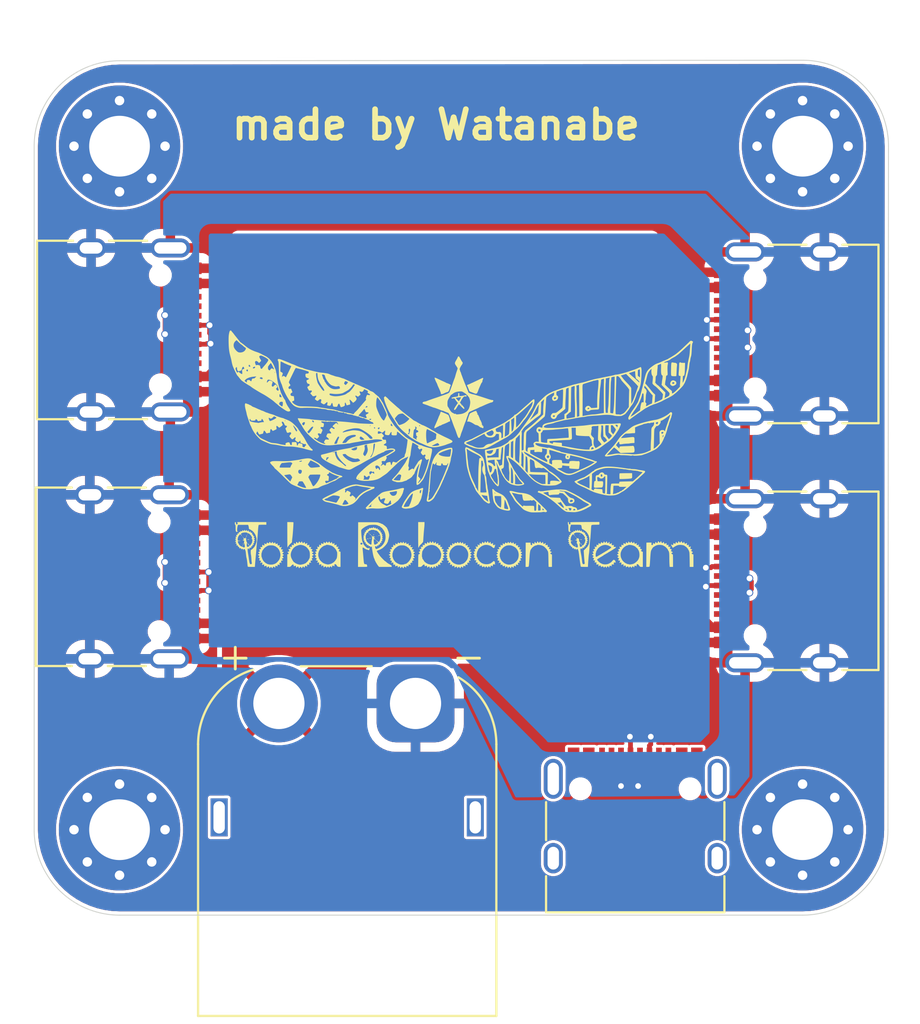
<source format=kicad_pcb>
(kicad_pcb (version 20241229) (generator "pcbnew") (generator_version "9.0")
  (layers (0 "F.Cu" signal) (2 "B.Cu" signal) (13 "F.Paste" user) (15 "B.Paste" user) (5 "F.SilkS" user "F.Silkscreen") (7 "B.SilkS" user "B.Silkscreen") (1 "F.Mask" user) (3 "B.Mask" user) (25 "Edge.Cuts" user))
  (net 0 "")
  (net 1 "GND")
  (net 2 "+24V")
  (net 3 "CAN_H")
  (net 4 "CAN_L")
  (net 34 "Net-(J2-GND-PadA1)")
  (footprint "Connector_USB:USB_C_Receptacle_HRO_TYPE-C-31-M-12" (layer "F.Cu") (at 64.1 98.89 90)
    (property "Reference" "J5" (hide yes))
    (property "Value" "USB_C_Receptacle_USB2.0_16P" (hide yes))
    (pad "" np_thru_hole circle (at -2.89 -2.6 90) (size 0.65 0.65) (drill 0.65) (layers "*.Cu" "*.Mask"))
    (pad "" np_thru_hole circle (at 2.89 -2.6 90) (size 0.65 0.65) (drill 0.65) (layers "*.Cu" "*.Mask"))
    (pad "A1" smd rect (at -3.25 -4.045 90) (size 0.6 1.45) (layers "F.Cu" "F.Mask" "F.Paste") (net 1 "GND"))
    (pad "A4" smd rect (at -2.45 -4.045 90) (size 0.6 1.45) (layers "F.Cu" "F.Mask" "F.Paste") (net 2 "+24V"))
    (pad "A5" smd rect (at -1.25 -4.045 90) (size 0.3 1.45) (layers "F.Cu" "F.Mask" "F.Paste"))
    (pad "A6" smd rect (at -0.25 -4.045 90) (size 0.3 1.45) (layers "F.Cu" "F.Mask" "F.Paste") (net 3 "CAN_H"))
    (pad "A7" smd rect (at 0.25 -4.045 90) (size 0.3 1.45) (layers "F.Cu" "F.Mask" "F.Paste") (net 4 "CAN_L"))
    (pad "A8" smd rect (at 1.25 -4.045 90) (size 0.3 1.45) (layers "F.Cu" "F.Mask" "F.Paste"))
    (pad "A9" smd rect (at 2.45 -4.045 90) (size 0.6 1.45) (layers "F.Cu" "F.Mask" "F.Paste") (net 2 "+24V"))
    (pad "A12" smd rect (at 3.25 -4.045 90) (size 0.6 1.45) (layers "F.Cu" "F.Mask" "F.Paste") (net 1 "GND"))
    (pad "B1" smd rect (at 3.25 -4.045 90) (size 0.6 1.45) (layers "F.Cu" "F.Mask" "F.Paste") (net 1 "GND"))
    (pad "B4" smd rect (at 2.45 -4.045 90) (size 0.6 1.45) (layers "F.Cu" "F.Mask" "F.Paste") (net 2 "+24V"))
    (pad "B5" smd rect (at 1.75 -4.045 90) (size 0.3 1.45) (layers "F.Cu" "F.Mask" "F.Paste"))
    (pad "B6" smd rect (at 0.75 -4.045 90) (size 0.3 1.45) (layers "F.Cu" "F.Mask" "F.Paste") (net 3 "CAN_H"))
    (pad "B7" smd rect (at -0.75 -4.045 90) (size 0.3 1.45) (layers "F.Cu" "F.Mask" "F.Paste") (net 4 "CAN_L"))
    (pad "B8" smd rect (at -1.75 -4.045 90) (size 0.3 1.45) (layers "F.Cu" "F.Mask" "F.Paste"))
    (pad "B9" smd rect (at -2.45 -4.045 90) (size 0.6 1.45) (layers "F.Cu" "F.Mask" "F.Paste") (net 2 "+24V"))
    (pad "B12" smd rect (at -3.25 -4.045 90) (size 0.6 1.45) (layers "F.Cu" "F.Mask" "F.Paste") (net 1 "GND"))
    (pad "S1" thru_hole oval (at -4.32 -3.13 90) (size 1 2.1) (drill oval 0.6 1.7) (property pad_prop_heatsink) (layers "*.Cu" "*.Mask") (net 1 "GND"))
    (pad "S1" thru_hole oval (at -4.32 1.05 90) (size 1 1.6) (drill oval 0.6 1.2) (property pad_prop_heatsink) (layers "*.Cu" "*.Mask") (net 1 "GND"))
    (pad "S1" thru_hole oval (at 4.32 -3.13 90) (size 1 2.1) (drill oval 0.6 1.7) (property pad_prop_heatsink) (layers "*.Cu" "*.Mask") (net 1 "GND"))
    (pad "S1" thru_hole oval (at 4.32 1.05 90) (size 1 1.6) (drill oval 0.6 1.2) (property pad_prop_heatsink) (layers "*.Cu" "*.Mask") (net 1 "GND"))
  )
  (footprint "LOGO" (layer "F.Cu") (at 46.05 92)
    (property "Reference" "G***" (hide yes))
    (property "Value" "LOGO" (hide yes))
  )
  (footprint "MountingHole:MountingHole_3.2mm_M3_Pad_Via" (layer "F.Cu") (at 64 76)
    (property "Reference" "H3" (hide yes))
    (property "Value" "MountingHole_Pad" (hide yes))
    (pad "1" thru_hole circle (at -2.4 0) (size 0.8 0.8) (drill 0.5) (layers "*.Cu" "*.Mask"))
    (pad "1" thru_hole circle (at -1.697056 -1.697056) (size 0.8 0.8) (drill 0.5) (layers "*.Cu" "*.Mask"))
    (pad "1" thru_hole circle (at -1.697056 1.697056) (size 0.8 0.8) (drill 0.5) (layers "*.Cu" "*.Mask"))
    (pad "1" thru_hole circle (at 0 -2.4) (size 0.8 0.8) (drill 0.5) (layers "*.Cu" "*.Mask"))
    (pad "1" thru_hole circle (at 0 0) (size 6.4 6.4) (drill 3.2) (layers "*.Cu" "*.Mask"))
    (pad "1" thru_hole circle (at 0 2.4) (size 0.8 0.8) (drill 0.5) (layers "*.Cu" "*.Mask"))
    (pad "1" thru_hole circle (at 1.697056 -1.697056) (size 0.8 0.8) (drill 0.5) (layers "*.Cu" "*.Mask"))
    (pad "1" thru_hole circle (at 1.697056 1.697056) (size 0.8 0.8) (drill 0.5) (layers "*.Cu" "*.Mask"))
    (pad "1" thru_hole circle (at 2.4 0) (size 0.8 0.8) (drill 0.5) (layers "*.Cu" "*.Mask"))
  )
  (footprint "Connector_USB:USB_C_Receptacle_HRO_TYPE-C-31-M-12" (layer "F.Cu") (at 55.18 112.45)
    (property "Reference" "J2" (hide yes))
    (property "Value" "USB_C_Receptacle_USB2.0_16P" (hide yes))
    (pad "" np_thru_hole circle (at -2.89 -2.6) (size 0.65 0.65) (drill 0.65) (layers "*.Cu" "*.Mask"))
    (pad "" np_thru_hole circle (at 2.89 -2.6) (size 0.65 0.65) (drill 0.65) (layers "*.Cu" "*.Mask"))
    (pad "A1" smd rect (at -3.25 -4.045) (size 0.6 1.45) (layers "F.Cu" "F.Mask" "F.Paste") (net 34 "Net-(J2-GND-PadA1)"))
    (pad "A4" smd rect (at -2.45 -4.045) (size 0.6 1.45) (layers "F.Cu" "F.Mask" "F.Paste"))
    (pad "A5" smd rect (at -1.25 -4.045) (size 0.3 1.45) (layers "F.Cu" "F.Mask" "F.Paste"))
    (pad "A6" smd rect (at -0.25 -4.045) (size 0.3 1.45) (layers "F.Cu" "F.Mask" "F.Paste") (net 3 "CAN_H"))
    (pad "A7" smd rect (at 0.25 -4.045) (size 0.3 1.45) (layers "F.Cu" "F.Mask" "F.Paste") (net 4 "CAN_L"))
    (pad "A8" smd rect (at 1.25 -4.045) (size 0.3 1.45) (layers "F.Cu" "F.Mask" "F.Paste"))
    (pad "A9" smd rect (at 2.45 -4.045) (size 0.6 1.45) (layers "F.Cu" "F.Mask" "F.Paste"))
    (pad "A12" smd rect (at 3.25 -4.045) (size 0.6 1.45) (layers "F.Cu" "F.Mask" "F.Paste") (net 34 "Net-(J2-GND-PadA1)"))
    (pad "B1" smd rect (at 3.25 -4.045) (size 0.6 1.45) (layers "F.Cu" "F.Mask" "F.Paste") (net 34 "Net-(J2-GND-PadA1)"))
    (pad "B4" smd rect (at 2.45 -4.045) (size 0.6 1.45) (layers "F.Cu" "F.Mask" "F.Paste"))
    (pad "B5" smd rect (at 1.75 -4.045) (size 0.3 1.45) (layers "F.Cu" "F.Mask" "F.Paste"))
    (pad "B6" smd rect (at 0.75 -4.045) (size 0.3 1.45) (layers "F.Cu" "F.Mask" "F.Paste") (net 3 "CAN_H"))
    (pad "B7" smd rect (at -0.75 -4.045) (size 0.3 1.45) (layers "F.Cu" "F.Mask" "F.Paste") (net 4 "CAN_L"))
    (pad "B8" smd rect (at -1.75 -4.045) (size 0.3 1.45) (layers "F.Cu" "F.Mask" "F.Paste"))
    (pad "B9" smd rect (at -2.45 -4.045) (size 0.6 1.45) (layers "F.Cu" "F.Mask" "F.Paste"))
    (pad "B12" smd rect (at -3.25 -4.045) (size 0.6 1.45) (layers "F.Cu" "F.Mask" "F.Paste") (net 34 "Net-(J2-GND-PadA1)"))
    (pad "S1" thru_hole oval (at -4.32 -3.13) (size 1 2.1) (drill oval 0.6 1.7) (property pad_prop_heatsink) (layers "*.Cu" "*.Mask"))
    (pad "S1" thru_hole oval (at -4.32 1.05) (size 1 1.6) (drill oval 0.6 1.2) (property pad_prop_heatsink) (layers "*.Cu" "*.Mask"))
    (pad "S1" thru_hole oval (at 4.32 -3.13) (size 1 2.1) (drill oval 0.6 1.7) (property pad_prop_heatsink) (layers "*.Cu" "*.Mask"))
    (pad "S1" thru_hole oval (at 4.32 1.05) (size 1 1.6) (drill oval 0.6 1.2) (property pad_prop_heatsink) (layers "*.Cu" "*.Mask"))
  )
  (footprint "Connector_USB:USB_C_Receptacle_HRO_TYPE-C-31-M-12" (layer "F.Cu") (at 27.55 85.68 -90)
    (property "Reference" "J3" (hide yes))
    (property "Value" "USB_C_Receptacle_USB2.0_16P" (hide yes))
    (pad "" np_thru_hole circle (at -2.89 -2.6 270) (size 0.65 0.65) (drill 0.65) (layers "*.Cu" "*.Mask"))
    (pad "" np_thru_hole circle (at 2.89 -2.6 270) (size 0.65 0.65) (drill 0.65) (layers "*.Cu" "*.Mask"))
    (pad "A1" smd rect (at -3.25 -4.045 270) (size 0.6 1.45) (layers "F.Cu" "F.Mask" "F.Paste") (net 1 "GND"))
    (pad "A4" smd rect (at -2.45 -4.045 270) (size 0.6 1.45) (layers "F.Cu" "F.Mask" "F.Paste") (net 2 "+24V"))
    (pad "A5" smd rect (at -1.25 -4.045 270) (size 0.3 1.45) (layers "F.Cu" "F.Mask" "F.Paste"))
    (pad "A6" smd rect (at -0.25 -4.045 270) (size 0.3 1.45) (layers "F.Cu" "F.Mask" "F.Paste") (net 3 "CAN_H"))
    (pad "A7" smd rect (at 0.25 -4.045 270) (size 0.3 1.45) (layers "F.Cu" "F.Mask" "F.Paste") (net 4 "CAN_L"))
    (pad "A8" smd rect (at 1.25 -4.045 270) (size 0.3 1.45) (layers "F.Cu" "F.Mask" "F.Paste"))
    (pad "A9" smd rect (at 2.45 -4.045 270) (size 0.6 1.45) (layers "F.Cu" "F.Mask" "F.Paste") (net 2 "+24V"))
    (pad "A12" smd rect (at 3.25 -4.045 270) (size 0.6 1.45) (layers "F.Cu" "F.Mask" "F.Paste") (net 1 "GND"))
    (pad "B1" smd rect (at 3.25 -4.045 270) (size 0.6 1.45) (layers "F.Cu" "F.Mask" "F.Paste") (net 1 "GND"))
    (pad "B4" smd rect (at 2.45 -4.045 270) (size 0.6 1.45) (layers "F.Cu" "F.Mask" "F.Paste") (net 2 "+24V"))
    (pad "B5" smd rect (at 1.75 -4.045 270) (size 0.3 1.45) (layers "F.Cu" "F.Mask" "F.Paste"))
    (pad "B6" smd rect (at 0.75 -4.045 270) (size 0.3 1.45) (layers "F.Cu" "F.Mask" "F.Paste") (net 3 "CAN_H"))
    (pad "B7" smd rect (at -0.75 -4.045 270) (size 0.3 1.45) (layers "F.Cu" "F.Mask" "F.Paste") (net 4 "CAN_L"))
    (pad "B8" smd rect (at -1.75 -4.045 270) (size 0.3 1.45) (layers "F.Cu" "F.Mask" "F.Paste"))
    (pad "B9" smd rect (at -2.45 -4.045 270) (size 0.6 1.45) (layers "F.Cu" "F.Mask" "F.Paste") (net 2 "+24V"))
    (pad "B12" smd rect (at -3.25 -4.045 270) (size 0.6 1.45) (layers "F.Cu" "F.Mask" "F.Paste") (net 1 "GND"))
    (pad "S1" thru_hole oval (at -4.32 -3.13 270) (size 1 2.1) (drill oval 0.6 1.7) (property pad_prop_heatsink) (layers "*.Cu" "*.Mask") (net 1 "GND"))
    (pad "S1" thru_hole oval (at -4.32 1.05 270) (size 1 1.6) (drill oval 0.6 1.2) (property pad_prop_heatsink) (layers "*.Cu" "*.Mask") (net 1 "GND"))
    (pad "S1" thru_hole oval (at 4.32 -3.13 270) (size 1 2.1) (drill oval 0.6 1.7) (property pad_prop_heatsink) (layers "*.Cu" "*.Mask") (net 1 "GND"))
    (pad "S1" thru_hole oval (at 4.32 1.05 270) (size 1 1.6) (drill oval 0.6 1.2) (property pad_prop_heatsink) (layers "*.Cu" "*.Mask") (net 1 "GND"))
  )
  (footprint "MountingHole:MountingHole_3.2mm_M3_Pad_Via" (layer "F.Cu") (at 28 76)
    (property "Reference" "H1" (hide yes))
    (property "Value" "MountingHole_Pad" (hide yes))
    (pad "1" thru_hole circle (at -2.4 0) (size 0.8 0.8) (drill 0.5) (layers "*.Cu" "*.Mask"))
    (pad "1" thru_hole circle (at -1.697056 -1.697056) (size 0.8 0.8) (drill 0.5) (layers "*.Cu" "*.Mask"))
    (pad "1" thru_hole circle (at -1.697056 1.697056) (size 0.8 0.8) (drill 0.5) (layers "*.Cu" "*.Mask"))
    (pad "1" thru_hole circle (at 0 -2.4) (size 0.8 0.8) (drill 0.5) (layers "*.Cu" "*.Mask"))
    (pad "1" thru_hole circle (at 0 0) (size 6.4 6.4) (drill 3.2) (layers "*.Cu" "*.Mask"))
    (pad "1" thru_hole circle (at 0 2.4) (size 0.8 0.8) (drill 0.5) (layers "*.Cu" "*.Mask"))
    (pad "1" thru_hole circle (at 1.697056 -1.697056) (size 0.8 0.8) (drill 0.5) (layers "*.Cu" "*.Mask"))
    (pad "1" thru_hole circle (at 1.697056 1.697056) (size 0.8 0.8) (drill 0.5) (layers "*.Cu" "*.Mask"))
    (pad "1" thru_hole circle (at 2.4 0) (size 0.8 0.8) (drill 0.5) (layers "*.Cu" "*.Mask"))
  )
  (footprint "Connector_AMASS:AMASS_XT60PW-M_1x02_P7.20mm_Horizontal" (layer "F.Cu") (at 43.6 105.35 180)
    (property "Reference" "J1" (hide yes))
    (property "Value" "Conn_01x02_Pin" (hide yes))
    (fp_text user "+" (at 9.5 2.5 0) (layer "F.SilkS") (effects (font (size 1.5 1.5))))
    (fp_text user "-" (at -2.8 2.5 0) (layer "F.SilkS") (effects (font (size 1.5 1.5))))
    (pad "" thru_hole rect (at -3.15 -6 180) (size 0.9 2) (drill oval 0.6 1.7) (layers "*.Cu" "*.Mask"))
    (pad "" thru_hole rect (at 10.35 -6 180) (size 0.9 2) (drill oval 0.6 1.7) (layers "*.Cu" "*.Mask"))
    (pad "1" thru_hole roundrect (at 0 0 180) (size 4.1 4.1) (drill 2.7) (layers "*.Cu" "*.Mask") (net 1 "GND"))
    (pad "2" thru_hole circle (at 7.2 0 180) (size 4.1 4.1) (drill 2.7) (layers "*.Cu" "*.Mask") (net 2 "+24V"))
  )
  (footprint "MountingHole:MountingHole_3.2mm_M3_Pad_Via" (layer "F.Cu") (at 64 112)
    (property "Reference" "H4" (hide yes))
    (property "Value" "MountingHole_Pad" (hide yes))
    (pad "1" thru_hole circle (at -2.4 0) (size 0.8 0.8) (drill 0.5) (layers "*.Cu" "*.Mask"))
    (pad "1" thru_hole circle (at -1.697056 -1.697056) (size 0.8 0.8) (drill 0.5) (layers "*.Cu" "*.Mask"))
    (pad "1" thru_hole circle (at -1.697056 1.697056) (size 0.8 0.8) (drill 0.5) (layers "*.Cu" "*.Mask"))
    (pad "1" thru_hole circle (at 0 -2.4) (size 0.8 0.8) (drill 0.5) (layers "*.Cu" "*.Mask"))
    (pad "1" thru_hole circle (at 0 0) (size 6.4 6.4) (drill 3.2) (layers "*.Cu" "*.Mask"))
    (pad "1" thru_hole circle (at 0 2.4) (size 0.8 0.8) (drill 0.5) (layers "*.Cu" "*.Mask"))
    (pad "1" thru_hole circle (at 1.697056 -1.697056) (size 0.8 0.8) (drill 0.5) (layers "*.Cu" "*.Mask"))
    (pad "1" thru_hole circle (at 1.697056 1.697056) (size 0.8 0.8) (drill 0.5) (layers "*.Cu" "*.Mask"))
    (pad "1" thru_hole circle (at 2.4 0) (size 0.8 0.8) (drill 0.5) (layers "*.Cu" "*.Mask"))
  )
  (footprint "Connector_USB:USB_C_Receptacle_HRO_TYPE-C-31-M-12" (layer "F.Cu") (at 27.485 98.68 -90)
    (property "Reference" "J6" (hide yes))
    (property "Value" "USB_C_Receptacle_USB2.0_16P" (hide yes))
    (pad "" np_thru_hole circle (at -2.89 -2.6 270) (size 0.65 0.65) (drill 0.65) (layers "*.Cu" "*.Mask"))
    (pad "" np_thru_hole circle (at 2.89 -2.6 270) (size 0.65 0.65) (drill 0.65) (layers "*.Cu" "*.Mask"))
    (pad "A1" smd rect (at -3.25 -4.045 270) (size 0.6 1.45) (layers "F.Cu" "F.Mask" "F.Paste") (net 1 "GND"))
    (pad "A4" smd rect (at -2.45 -4.045 270) (size 0.6 1.45) (layers "F.Cu" "F.Mask" "F.Paste") (net 2 "+24V"))
    (pad "A5" smd rect (at -1.25 -4.045 270) (size 0.3 1.45) (layers "F.Cu" "F.Mask" "F.Paste"))
    (pad "A6" smd rect (at -0.25 -4.045 270) (size 0.3 1.45) (layers "F.Cu" "F.Mask" "F.Paste") (net 3 "CAN_H"))
    (pad "A7" smd rect (at 0.25 -4.045 270) (size 0.3 1.45) (layers "F.Cu" "F.Mask" "F.Paste") (net 4 "CAN_L"))
    (pad "A8" smd rect (at 1.25 -4.045 270) (size 0.3 1.45) (layers "F.Cu" "F.Mask" "F.Paste"))
    (pad "A9" smd rect (at 2.45 -4.045 270) (size 0.6 1.45) (layers "F.Cu" "F.Mask" "F.Paste") (net 2 "+24V"))
    (pad "A12" smd rect (at 3.25 -4.045 270) (size 0.6 1.45) (layers "F.Cu" "F.Mask" "F.Paste") (net 1 "GND"))
    (pad "B1" smd rect (at 3.25 -4.045 270) (size 0.6 1.45) (layers "F.Cu" "F.Mask" "F.Paste") (net 1 "GND"))
    (pad "B4" smd rect (at 2.45 -4.045 270) (size 0.6 1.45) (layers "F.Cu" "F.Mask" "F.Paste") (net 2 "+24V"))
    (pad "B5" smd rect (at 1.75 -4.045 270) (size 0.3 1.45) (layers "F.Cu" "F.Mask" "F.Paste"))
    (pad "B6" smd rect (at 0.75 -4.045 270) (size 0.3 1.45) (layers "F.Cu" "F.Mask" "F.Paste") (net 3 "CAN_H"))
    (pad "B7" smd rect (at -0.75 -4.045 270) (size 0.3 1.45) (layers "F.Cu" "F.Mask" "F.Paste") (net 4 "CAN_L"))
    (pad "B8" smd rect (at -1.75 -4.045 270) (size 0.3 1.45) (layers "F.Cu" "F.Mask" "F.Paste"))
    (pad "B9" smd rect (at -2.45 -4.045 270) (size 0.6 1.45) (layers "F.Cu" "F.Mask" "F.Paste") (net 2 "+24V"))
    (pad "B12" smd rect (at -3.25 -4.045 270) (size 0.6 1.45) (layers "F.Cu" "F.Mask" "F.Paste") (net 1 "GND"))
    (pad "S1" thru_hole oval (at -4.32 -3.13 270) (size 1 2.1) (drill oval 0.6 1.7) (property pad_prop_heatsink) (layers "*.Cu" "*.Mask") (net 1 "GND"))
    (pad "S1" thru_hole oval (at -4.32 1.05 270) (size 1 1.6) (drill oval 0.6 1.2) (property pad_prop_heatsink) (layers "*.Cu" "*.Mask") (net 1 "GND"))
    (pad "S1" thru_hole oval (at 4.32 -3.13 270) (size 1 2.1) (drill oval 0.6 1.7) (property pad_prop_heatsink) (layers "*.Cu" "*.Mask") (net 1 "GND"))
    (pad "S1" thru_hole oval (at 4.32 1.05 270) (size 1 1.6) (drill oval 0.6 1.2) (property pad_prop_heatsink) (layers "*.Cu" "*.Mask") (net 1 "GND"))
  )
  (footprint "MountingHole:MountingHole_3.2mm_M3_Pad_Via" (layer "F.Cu") (at 28 112)
    (property "Reference" "H2" (hide yes))
    (property "Value" "MountingHole_Pad" (hide yes))
    (pad "1" thru_hole circle (at -2.4 0) (size 0.8 0.8) (drill 0.5) (layers "*.Cu" "*.Mask"))
    (pad "1" thru_hole circle (at -1.697056 -1.697056) (size 0.8 0.8) (drill 0.5) (layers "*.Cu" "*.Mask"))
    (pad "1" thru_hole circle (at -1.697056 1.697056) (size 0.8 0.8) (drill 0.5) (layers "*.Cu" "*.Mask"))
    (pad "1" thru_hole circle (at 0 -2.4) (size 0.8 0.8) (drill 0.5) (layers "*.Cu" "*.Mask"))
    (pad "1" thru_hole circle (at 0 0) (size 6.4 6.4) (drill 3.2) (layers "*.Cu" "*.Mask"))
    (pad "1" thru_hole circle (at 0 2.4) (size 0.8 0.8) (drill 0.5) (layers "*.Cu" "*.Mask"))
    (pad "1" thru_hole circle (at 1.697056 -1.697056) (size 0.8 0.8) (drill 0.5) (layers "*.Cu" "*.Mask"))
    (pad "1" thru_hole circle (at 1.697056 1.697056) (size 0.8 0.8) (drill 0.5) (layers "*.Cu" "*.Mask"))
    (pad "1" thru_hole circle (at 2.4 0) (size 0.8 0.8) (drill 0.5) (layers "*.Cu" "*.Mask"))
  )
  (footprint "Connector_USB:USB_C_Receptacle_HRO_TYPE-C-31-M-12" (layer "F.Cu") (at 64.1 85.89 90)
    (property "Reference" "J4" (hide yes))
    (property "Value" "USB_C_Receptacle_USB2.0_16P" (hide yes))
    (pad "" np_thru_hole circle (at -2.89 -2.6 90) (size 0.65 0.65) (drill 0.65) (layers "*.Cu" "*.Mask"))
    (pad "" np_thru_hole circle (at 2.89 -2.6 90) (size 0.65 0.65) (drill 0.65) (layers "*.Cu" "*.Mask"))
    (pad "A1" smd rect (at -3.25 -4.045 90) (size 0.6 1.45) (layers "F.Cu" "F.Mask" "F.Paste") (net 1 "GND"))
    (pad "A4" smd rect (at -2.45 -4.045 90) (size 0.6 1.45) (layers "F.Cu" "F.Mask" "F.Paste") (net 2 "+24V"))
    (pad "A5" smd rect (at -1.25 -4.045 90) (size 0.3 1.45) (layers "F.Cu" "F.Mask" "F.Paste"))
    (pad "A6" smd rect (at -0.25 -4.045 90) (size 0.3 1.45) (layers "F.Cu" "F.Mask" "F.Paste") (net 3 "CAN_H"))
    (pad "A7" smd rect (at 0.25 -4.045 90) (size 0.3 1.45) (layers "F.Cu" "F.Mask" "F.Paste") (net 4 "CAN_L"))
    (pad "A8" smd rect (at 1.25 -4.045 90) (size 0.3 1.45) (layers "F.Cu" "F.Mask" "F.Paste"))
    (pad "A9" smd rect (at 2.45 -4.045 90) (size 0.6 1.45) (layers "F.Cu" "F.Mask" "F.Paste") (net 2 "+24V"))
    (pad "A12" smd rect (at 3.25 -4.045 90) (size 0.6 1.45) (layers "F.Cu" "F.Mask" "F.Paste") (net 1 "GND"))
    (pad "B1" smd rect (at 3.25 -4.045 90) (size 0.6 1.45) (layers "F.Cu" "F.Mask" "F.Paste") (net 1 "GND"))
    (pad "B4" smd rect (at 2.45 -4.045 90) (size 0.6 1.45) (layers "F.Cu" "F.Mask" "F.Paste") (net 2 "+24V"))
    (pad "B5" smd rect (at 1.75 -4.045 90) (size 0.3 1.45) (layers "F.Cu" "F.Mask" "F.Paste"))
    (pad "B6" smd rect (at 0.75 -4.045 90) (size 0.3 1.45) (layers "F.Cu" "F.Mask" "F.Paste") (net 3 "CAN_H"))
    (pad "B7" smd rect (at -0.75 -4.045 90) (size 0.3 1.45) (layers "F.Cu" "F.Mask" "F.Paste") (net 4 "CAN_L"))
    (pad "B8" smd rect (at -1.75 -4.045 90) (size 0.3 1.45) (layers "F.Cu" "F.Mask" "F.Paste"))
    (pad "B9" smd rect (at -2.45 -4.045 90) (size 0.6 1.45) (layers "F.Cu" "F.Mask" "F.Paste") (net 2 "+24V"))
    (pad "B12" smd rect (at -3.25 -4.045 90) (size 0.6 1.45) (layers "F.Cu" "F.Mask" "F.Paste") (net 1 "GND"))
    (pad "S1" thru_hole oval (at -4.32 -3.13 90) (size 1 2.1) (drill oval 0.6 1.7) (property pad_prop_heatsink) (layers "*.Cu" "*.Mask") (net 1 "GND"))
    (pad "S1" thru_hole oval (at -4.32 1.05 90) (size 1 1.6) (drill oval 0.6 1.2) (property pad_prop_heatsink) (layers "*.Cu" "*.Mask") (net 1 "GND"))
    (pad "S1" thru_hole oval (at 4.32 -3.13 90) (size 1 2.1) (drill oval 0.6 1.7) (property pad_prop_heatsink) (layers "*.Cu" "*.Mask") (net 1 "GND"))
    (pad "S1" thru_hole oval (at 4.32 1.05 90) (size 1 1.6) (drill oval 0.6 1.2) (property pad_prop_heatsink) (layers "*.Cu" "*.Mask") (net 1 "GND"))
  )
  (gr_arc (start 23.5 76) (mid 24.818019 72.818019) (end 28 71.5) (stroke (width 0.05)) (layer "Edge.Cuts"))
  (gr_arc (start 64 71.472307) (mid 67.201562 72.798438) (end 68.527693 76) (stroke (width 0.05)) (layer "Edge.Cuts"))
  (gr_line (start 23.5 112) (end 23.5 76) (stroke (width 0.05)) (layer "Edge.Cuts"))
  (gr_arc (start 68.5 112) (mid 67.181981 115.181981) (end 64 116.5) (stroke (width 0.05)) (layer "Edge.Cuts"))
  (gr_line (start 64 116.5) (end 28 116.5) (stroke (width 0.05)) (layer "Edge.Cuts"))
  (gr_arc (start 28 116.5) (mid 24.818019 115.181981) (end 23.5 112) (stroke (width 0.05)) (layer "Edge.Cuts"))
  (gr_line (start 28 71.5) (end 64 71.472307) (stroke (width 0.05)) (layer "Edge.Cuts"))
  (gr_line (start 68.527693 76) (end 68.5 112) (stroke (width 0.05)) (layer "Edge.Cuts"))
  (gr_text "made by Watanabe" (at 33.77 75.75 0) (layer "F.SilkS") (effects (font (size 1.5 1.5) (thickness 0.3) (bold yes)) (justify left bottom)))
  (segment (start 32.97 101.13) (end 31.53 101.13) (width 0.5) (layer "F.Cu") (net 2))
  (segment (start 32.82 83.23) (end 31.595 83.23) (width 0.5) (layer "F.Cu") (net 2))
  (segment (start 33.7 100.4) (end 32.97 101.13) (width 0.5) (layer "F.Cu") (net 2))
  (segment (start 31.53 96.23) (end 32.755 96.23) (width 0.5) (layer "F.Cu") (net 2))
  (segment (start 60.055 83.44) (end 58.83 83.44) (width 0.5) (layer "F.Cu") (net 2))
  (segment (start 58 100.162) (end 59.178 101.34) (width 0.5) (layer "F.Cu") (net 2))
  (segment (start 33.5 83.91) (end 32.82 83.23) (width 0.5) (layer "F.Cu") (net 2))
  (segment (start 58.2 84.07) (end 58.2 87.71) (width 0.5) (layer "F.Cu") (net 2))
  (segment (start 58.83 83.44) (end 58.2 84.07) (width 0.5) (layer "F.Cu") (net 2))
  (segment (start 58 97.2) (end 58 100.162) (width 0.5) (layer "F.Cu") (net 2))
  (segment (start 31.595 88.13) (end 32.67 88.13) (width 0.5) (layer "F.Cu") (net 2))
  (segment (start 59.178 101.34) (end 60.055 101.34) (width 0.5) (layer "F.Cu") (net 2))
  (segment (start 33.7 97.175) (end 33.7 100.4) (width 0.5) (layer "F.Cu") (net 2))
  (segment (start 58.83 88.34) (end 60.055 88.34) (width 0.5) (layer "F.Cu") (net 2))
  (segment (start 58.76 96.44) (end 58 97.2) (width 0.5) (layer "F.Cu") (net 2))
  (segment (start 58.2 87.71) (end 58.83 88.34) (width 0.5) (layer "F.Cu") (net 2))
  (segment (start 33.5 87.3) (end 33.5 83.91) (width 0.5) (layer "F.Cu") (net 2))
  (segment (start 60.055 96.44) (end 58.76 96.44) (width 0.5) (layer "F.Cu") (net 2))
  (segment (start 32.67 88.13) (end 33.5 87.3) (width 0.5) (layer "F.Cu") (net 2))
  (segment (start 32.755 96.23) (end 33.7 97.175) (width 0.5) (layer "F.Cu") (net 2))
  (segment (start 54.93 108.405) (end 54.93 107.13) (width 0.25) (layer "F.Cu") (net 3))
  (segment (start 31.53 99.43) (end 32.27 99.43) (width 0.25) (layer "F.Cu") (net 3))
  (segment (start 58.9 86.1) (end 58.94 86.14) (width 0.25) (layer "F.Cu") (net 3))
  (segment (start 56 107.1) (end 55.14 107.1) (width 0.25) (layer "F.Cu") (net 3))
  (segment (start 32.57 86.43) (end 31.595 86.43) (width 0.25) (layer "F.Cu") (net 3))
  (segment (start 32.8 86.4) (end 32.6 86.4) (width 0.25) (layer "F.Cu") (net 3))
  (segment (start 58.9 98.2) (end 58.9 99.2) (width 0.25) (layer "F.Cu") (net 3))
  (segment (start 32.27 99.43) (end 32.3 99.4) (width 0.25) (layer "F.Cu") (net 3))
  (segment (start 54.9 107.34) (end 54.9 107.1) (width 0.25) (layer "F.Cu") (net 3))
  (segment (start 58.9 98.2) (end 59.168 98.2) (width 0.25) (layer "F.Cu") (net 3))
  (segment (start 58.96 99.14) (end 58.9 99.2) (width 0.25) (layer "F.Cu") (net 3))
  (segment (start 60.055 85.14) (end 58.96 85.14) (width 0.25) (layer "F.Cu") (net 3))
  (segment (start 58.95 85.15) (end 58.9 85.2) (width 0.25) (layer "F.Cu") (net 3))
  (segment (start 56 107.1) (end 56 107.5) (width 0.25) (layer "F.Cu") (net 3))
  (segment (start 58.9 85.2) (end 58.9 86.1) (width 0.25) (layer "F.Cu") (net 3))
  (segment (start 60.055 99.14) (end 58.96 99.14) (width 0.25) (layer "F.Cu") (net 3))
  (segment (start 32.7 99.4) (end 32.7 98.43) (width 0.25) (layer "F.Cu") (net 3))
  (segment (start 32.75 85.43) (end 31.595 85.43) (width 0.25) (layer "F.Cu") (net 3))
  (segment (start 32.8 85.9) (end 32.75 85.85) (width 0.25) (layer "F.Cu") (net 3))
  (segment (start 55.14 107.1) (end 54.9 107.34) (width 0.25) (layer "F.Cu") (net 3))
  (segment (start 56 107.5) (end 55.93 107.57) (width 0.25) (layer "F.Cu") (net 3))
  (segment (start 59.228 98.14) (end 60.055 98.14) (width 0.25) (layer "F.Cu") (net 3))
  (segment (start 58.94 86.14) (end 60.055 86.14) (width 0.25) (layer "F.Cu") (net 3))
  (segment (start 32.7 98.43) (end 31.53 98.43) (width 0.25) (layer "F.Cu") (net 3))
  (segment (start 54.93 107.13) (end 54.9 107.1) (width 0.25) (layer "F.Cu") (net 3))
  (segment (start 32.6 86.4) (end 32.57 86.43) (width 0.25) (layer "F.Cu") (net 3))
  (segment (start 55.93 107.57) (end 55.93 108.405) (width 0.25) (layer "F.Cu") (net 3))
  (segment (start 32.75 85.85) (end 32.75 85.43) (width 0.25) (layer "F.Cu") (net 3))
  (segment (start 58.96 85.14) (end 58.95 85.15) (width 0.25) (layer "F.Cu") (net 3))
  (segment (start 32.8 86.4) (end 32.8 85.9) (width 0.25) (layer "F.Cu") (net 3))
  (segment (start 32.3 99.4) (end 32.7 99.4) (width 0.25) (layer "F.Cu") (net 3))
  (segment (start 59.168 98.2) (end 59.228 98.14) (width 0.25) (layer "F.Cu") (net 3))
  (via (at 58.9 98.2) (size 0.4) (drill 0.3) (layers "F.Cu" "B.Cu") (net 3))
  (via (at 54.9 107.1) (size 0.4) (drill 0.3) (layers "F.Cu" "B.Cu") (net 3))
  (via (at 32.75 85.43) (size 0.4) (drill 0.3) (layers "F.Cu" "B.Cu") (net 3))
  (via (at 58.95 85.15) (size 0.4) (drill 0.3) (layers "F.Cu" "B.Cu") (net 3))
  (via (at 32.7 99.4) (size 0.4) (drill 0.3) (layers "F.Cu" "B.Cu") (net 3))
  (via (at 32.8 86.4) (size 0.4) (drill 0.3) (layers "F.Cu" "B.Cu") (net 3))
  (via (at 58.94 86.14) (size 0.4) (drill 0.3) (layers "F.Cu" "B.Cu") (net 3))
  (via (at 58.9 99.2) (size 0.4) (drill 0.3) (layers "F.Cu" "B.Cu") (net 3))
  (via (at 56 107.1) (size 0.4) (drill 0.3) (layers "F.Cu" "B.Cu") (net 3))
  (via (at 32.7 98.43) (size 0.4) (drill 0.3) (layers "F.Cu" "B.Cu") (net 3))
  (segment (start 54.43 109.7) (end 54.43 108.405) (width 0.25) (layer "F.Cu") (net 4))
  (segment (start 30.703 98.93) (end 30.633 99) (width 0.25) (layer "F.Cu") (net 4))
  (segment (start 31.53 98.93) (end 30.703 98.93) (width 0.25) (layer "F.Cu") (net 4))
  (segment (start 61.006 99.516) (end 60.882 99.64) (width 0.25) (layer "F.Cu") (net 4))
  (segment (start 30.4 85.93) (end 31.595 85.93) (width 0.25) (layer "F.Cu") (net 4))
  (segment (start 30.4 97.9) (end 30.74 97.9) (width 0.25) (layer "F.Cu") (net 4))
  (segment (start 60.882 86.64) (end 60.055 86.64) (width 0.25) (layer "F.Cu") (net 4))
  (segment (start 60.882 99.64) (end 60.055 99.64) (width 0.25) (layer "F.Cu") (net 4))
  (segment (start 61.1 86.6) (end 60.922 86.6) (width 0.25) (layer "F.Cu") (net 4))
  (segment (start 60.882 98.64) (end 60.055 98.64) (width 0.25) (layer "F.Cu") (net 4))
  (segment (start 61.1 85.7) (end 61.1 86.6) (width 0.25) (layer "F.Cu") (net 4))
  (segment (start 61.2 98.764) (end 61.2 98.828) (width 0.25) (layer "F.Cu") (net 4))
  (segment (start 61.2 98.764) (end 61.006 98.764) (width 0.25) (layer "F.Cu") (net 4))
  (segment (start 30.67 84.93) (end 30.64 84.9) (width 0.25) (layer "F.Cu") (net 4))
  (segment (start 60.055 85.64) (end 60.882 85.64) (width 0.25) (layer "F.Cu") (net 4))
  (segment (start 55.331 109.7) (end 55.331 109.331) (width 0.25) (layer "F.Cu") (net 4))
  (segment (start 61.2 99.432) (end 61.2 99.516) (width 0.25) (layer "F.Cu") (net 4))
  (segment (start 30.633 99) (end 30.4 99) (width 0.25) (layer "F.Cu") (net 4))
  (segment (start 61.2 98.828) (end 61.3 98.928) (width 0.25) (layer "F.Cu") (net 4))
  (segment (start 61.2 99.516) (end 61.006 99.516) (width 0.25) (layer "F.Cu") (net 4))
  (segment (start 60.922 86.6) (end 60.882 86.64) (width 0.25) (layer "F.Cu") (net 4))
  (segment (start 30.4 85.9) (end 30.4 85.93) (width 0.25) (layer "F.Cu") (net 4))
  (segment (start 61.3 99.332) (end 61.2 99.432) (width 0.25) (layer "F.Cu") (net 4))
  (segment (start 60.882 85.64) (end 60.942 85.7) (width 0.25) (layer "F.Cu") (net 4))
  (segment (start 61.006 98.764) (end 60.882 98.64) (width 0.25) (layer "F.Cu") (net 4))
  (segment (start 30.4 99) (end 30.4 97.9) (width 0.25) (layer "F.Cu") (net 4))
  (segment (start 61.3 98.928) (end 61.3 99.332) (width 0.25) (layer "F.Cu") (net 4))
  (segment (start 31.595 84.93) (end 30.67 84.93) (width 0.25) (layer "F.Cu") (net 4))
  (segment (start 55.43 109.232) (end 55.43 108.405) (width 0.25) (layer "F.Cu") (net 4))
  (segment (start 30.74 97.9) (end 30.77 97.93) (width 0.25) (layer "F.Cu") (net 4))
  (segment (start 30.77 97.93) (end 31.53 97.93) (width 0.25) (layer "F.Cu") (net 4))
  (segment (start 55.331 109.331) (end 55.43 109.232) (width 0.25) (layer "F.Cu") (net 4))
  (segment (start 30.64 84.9) (end 30.4 84.9) (width 0.25) (layer "F.Cu") (net 4))
  (segment (start 30.4 84.9) (end 30.4 85.9) (width 0.25) (layer "F.Cu") (net 4))
  (segment (start 60.942 85.7) (end 61.1 85.7) (width 0.25) (layer "F.Cu") (net 4))
  (segment (start 55.331 109.7) (end 54.43 109.7) (width 0.25) (layer "F.Cu") (net 4))
  (via (at 30.4 97.9) (size 0.4) (drill 0.3) (layers "F.Cu" "B.Cu") (net 4))
  (via (at 30.4 85.9) (size 0.4) (drill 0.3) (layers "F.Cu" "B.Cu") (net 4))
  (via (at 55.331 109.7) (size 0.4) (drill 0.3) (layers "F.Cu" "B.Cu") (net 4))
  (via (at 61.2 99.516) (size 0.4) (drill 0.3) (layers "F.Cu" "B.Cu") (net 4))
  (via (at 30.4 84.9) (size 0.4) (drill 0.3) (layers "F.Cu" "B.Cu") (net 4))
  (via (at 61.1 86.6) (size 0.4) (drill 0.3) (layers "F.Cu" "B.Cu") (net 4))
  (via (at 61.1 85.7) (size 0.4) (drill 0.3) (layers "F.Cu" "B.Cu") (net 4))
  (via (at 54.43 109.7) (size 0.4) (drill 0.3) (layers "F.Cu" "B.Cu") (net 4))
  (via (at 61.2 98.764) (size 0.4) (drill 0.3) (layers "F.Cu" "B.Cu") (net 4))
  (via (at 30.4 99) (size 0.4) (drill 0.3) (layers "F.Cu" "B.Cu") (net 4))
  (zone (net 2) (net_name "+24V") (layer "F.Cu") (priority 1) (connect_pads (clearance 0.25)) (min_thickness 0.25) (fill yes (thermal_gap 0.5) (thermal_bridge_width 0.5))
    (polygon (pts (xy 41 109.8) (xy 33.4 109.8) (xy 33.4 81.5) (xy 34.2 80.7) (xy 56.1 80.7) (xy 58.3 82.9) (xy 58.3 102.9) (xy 58.2 103) (xy 41.5 103) (xy 41.4 102.9) (xy 41.5 103) (xy 41 103.5)))
  )
  (zone (net 1) (net_name "GND") (layers "F.Cu" "B.Cu") (connect_pads (clearance 0.15)) (min_thickness 0.15) (fill yes (thermal_gap 0.5) (thermal_bridge_width 0.5))
    (polygon (pts (xy 21.7 68.3) (xy 70 68.3) (xy 70.2 68.5) (xy 70.2 119.6) (xy 69.3 120.5) (xy 21.7 120.5)))
  )
  (zone (net 3) (net_name "CAN_H") (layer "B.Cu") (priority 2) (connect_pads (clearance 0.5)) (min_thickness 0.25) (fill yes (thermal_gap 0.5) (thermal_bridge_width 0.5))
    (polygon (pts (xy 32.7 80.6) (xy 32.7 102.4) (xy 45.6 102.4) (xy 50.5 107.3) (xy 50.5 107.4) (xy 58.6 107.4) (xy 59.1 106.9) (xy 59.1 83) (xy 56.7 80.6)))
  )
  (zone (net 4) (net_name "CAN_L") (layer "B.Cu") (priority 1) (connect_pads (clearance 0.15)) (min_thickness 0.15) (fill yes (thermal_gap 0.5) (thermal_bridge_width 0.5))
    (polygon (pts (xy 30.3 78.9) (xy 30.3 103.2) (xy 30.429413 103.247059) (xy 45.6 103.5) (xy 48.874074 110.3) (xy 60.4 110.2) (xy 61.2 109.2) (xy 61.2 80.8) (xy 58.9 78.5) (xy 30.7 78.5)))
  )
)
</source>
